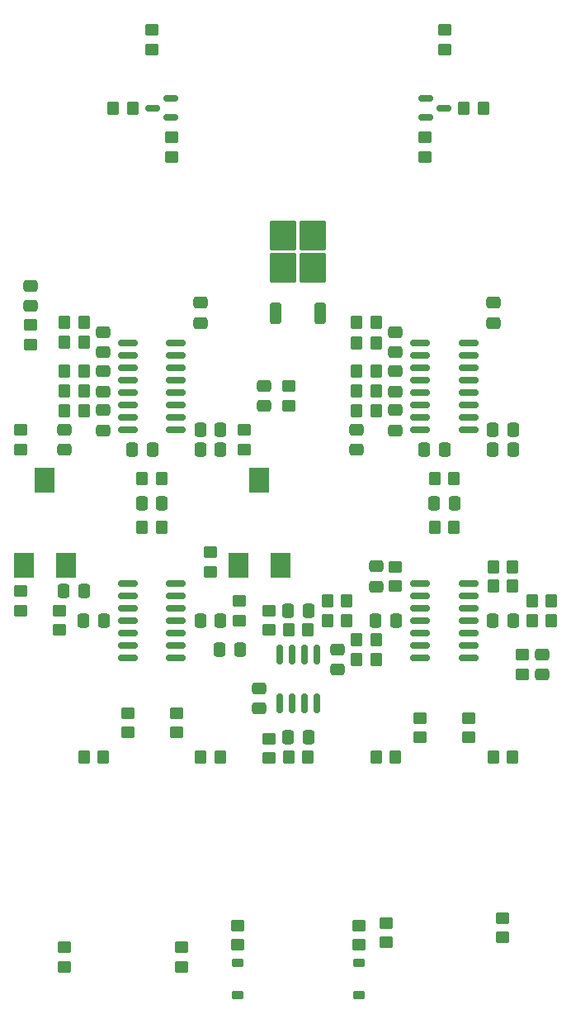
<source format=gbp>
G04 #@! TF.GenerationSoftware,KiCad,Pcbnew,8.0.5*
G04 #@! TF.CreationDate,2025-01-12T14:31:14+01:00*
G04 #@! TF.ProjectId,ricochet,7269636f-6368-4657-942e-6b696361645f,rev?*
G04 #@! TF.SameCoordinates,Original*
G04 #@! TF.FileFunction,Paste,Bot*
G04 #@! TF.FilePolarity,Positive*
%FSLAX46Y46*%
G04 Gerber Fmt 4.6, Leading zero omitted, Abs format (unit mm)*
G04 Created by KiCad (PCBNEW 8.0.5) date 2025-01-12 14:31:14*
%MOMM*%
%LPD*%
G01*
G04 APERTURE LIST*
G04 Aperture macros list*
%AMRoundRect*
0 Rectangle with rounded corners*
0 $1 Rounding radius*
0 $2 $3 $4 $5 $6 $7 $8 $9 X,Y pos of 4 corners*
0 Add a 4 corners polygon primitive as box body*
4,1,4,$2,$3,$4,$5,$6,$7,$8,$9,$2,$3,0*
0 Add four circle primitives for the rounded corners*
1,1,$1+$1,$2,$3*
1,1,$1+$1,$4,$5*
1,1,$1+$1,$6,$7*
1,1,$1+$1,$8,$9*
0 Add four rect primitives between the rounded corners*
20,1,$1+$1,$2,$3,$4,$5,0*
20,1,$1+$1,$4,$5,$6,$7,0*
20,1,$1+$1,$6,$7,$8,$9,0*
20,1,$1+$1,$8,$9,$2,$3,0*%
G04 Aperture macros list end*
%ADD10RoundRect,0.150000X0.150000X-0.825000X0.150000X0.825000X-0.150000X0.825000X-0.150000X-0.825000X0*%
%ADD11RoundRect,0.150000X0.825000X0.150000X-0.825000X0.150000X-0.825000X-0.150000X0.825000X-0.150000X0*%
%ADD12RoundRect,0.250000X-0.350000X-0.450000X0.350000X-0.450000X0.350000X0.450000X-0.350000X0.450000X0*%
%ADD13RoundRect,0.250000X-0.337500X-0.475000X0.337500X-0.475000X0.337500X0.475000X-0.337500X0.475000X0*%
%ADD14RoundRect,0.250000X-0.475000X0.337500X-0.475000X-0.337500X0.475000X-0.337500X0.475000X0.337500X0*%
%ADD15RoundRect,0.250000X0.475000X-0.337500X0.475000X0.337500X-0.475000X0.337500X-0.475000X-0.337500X0*%
%ADD16RoundRect,0.250000X0.450000X-0.350000X0.450000X0.350000X-0.450000X0.350000X-0.450000X-0.350000X0*%
%ADD17RoundRect,0.250000X-0.450000X0.350000X-0.450000X-0.350000X0.450000X-0.350000X0.450000X0.350000X0*%
%ADD18RoundRect,0.250000X0.337500X0.475000X-0.337500X0.475000X-0.337500X-0.475000X0.337500X-0.475000X0*%
%ADD19RoundRect,0.250000X0.350000X0.450000X-0.350000X0.450000X-0.350000X-0.450000X0.350000X-0.450000X0*%
%ADD20RoundRect,0.250000X0.350000X-0.850000X0.350000X0.850000X-0.350000X0.850000X-0.350000X-0.850000X0*%
%ADD21RoundRect,0.250000X1.125000X-1.275000X1.125000X1.275000X-1.125000X1.275000X-1.125000X-1.275000X0*%
%ADD22RoundRect,0.150000X0.587500X0.150000X-0.587500X0.150000X-0.587500X-0.150000X0.587500X-0.150000X0*%
%ADD23RoundRect,0.150000X-0.587500X-0.150000X0.587500X-0.150000X0.587500X0.150000X-0.587500X0.150000X0*%
%ADD24R,2.000000X2.500000*%
%ADD25RoundRect,0.225000X0.375000X-0.225000X0.375000X0.225000X-0.375000X0.225000X-0.375000X-0.225000X0*%
%ADD26RoundRect,0.225000X-0.375000X0.225000X-0.375000X-0.225000X0.375000X-0.225000X0.375000X0.225000X0*%
G04 APERTURE END LIST*
D10*
X81905000Y-128975000D03*
X80635000Y-128975000D03*
X79365000Y-128975000D03*
X78095000Y-128975000D03*
X78095000Y-124025000D03*
X79365000Y-124025000D03*
X80635000Y-124025000D03*
X81905000Y-124025000D03*
D11*
X62525000Y-116690000D03*
X62525000Y-117960000D03*
X62525000Y-119230000D03*
X62525000Y-120500000D03*
X62525000Y-121770000D03*
X62525000Y-123040000D03*
X62525000Y-124310000D03*
X67475000Y-124310000D03*
X67475000Y-123040000D03*
X67475000Y-121770000D03*
X67475000Y-120500000D03*
X67475000Y-119230000D03*
X67475000Y-117960000D03*
X67475000Y-116690000D03*
D12*
X56000000Y-99000000D03*
X58000000Y-99000000D03*
D13*
X87962500Y-120500000D03*
X90037500Y-120500000D03*
D11*
X92525000Y-116690000D03*
X92525000Y-117960000D03*
X92525000Y-119230000D03*
X92525000Y-120500000D03*
X92525000Y-121770000D03*
X92525000Y-123040000D03*
X92525000Y-124310000D03*
X97475000Y-124310000D03*
X97475000Y-123040000D03*
X97475000Y-121770000D03*
X97475000Y-120500000D03*
X97475000Y-119230000D03*
X97475000Y-117960000D03*
X97475000Y-116690000D03*
D14*
X90000000Y-94962500D03*
X90000000Y-97037500D03*
D13*
X99962500Y-103000000D03*
X102037500Y-103000000D03*
D12*
X86000000Y-95000000D03*
X88000000Y-95000000D03*
D15*
X76500000Y-98537500D03*
X76500000Y-96462500D03*
D16*
X86250000Y-153750000D03*
X86250000Y-151750000D03*
D17*
X71000000Y-113500000D03*
X71000000Y-115500000D03*
D13*
X78962500Y-119500000D03*
X81037500Y-119500000D03*
D12*
X85000000Y-118500000D03*
X83000000Y-118500000D03*
X79000000Y-121500000D03*
X81000000Y-121500000D03*
X86000000Y-97000000D03*
X88000000Y-97000000D03*
D13*
X93962500Y-108500000D03*
X96037500Y-108500000D03*
D17*
X97500000Y-130500000D03*
X97500000Y-132500000D03*
D16*
X67000000Y-73000000D03*
X67000000Y-71000000D03*
D18*
X72037500Y-101000000D03*
X69962500Y-101000000D03*
D12*
X64000000Y-106000000D03*
X66000000Y-106000000D03*
D14*
X100000000Y-87962500D03*
X100000000Y-90037500D03*
D17*
X51500000Y-119500000D03*
X51500000Y-117500000D03*
D12*
X88000000Y-122500000D03*
X86000000Y-122500000D03*
D19*
X63000000Y-68000000D03*
X61000000Y-68000000D03*
D16*
X74000000Y-120500000D03*
X74000000Y-118500000D03*
D12*
X56000000Y-97000000D03*
X58000000Y-97000000D03*
D19*
X106000000Y-118500000D03*
X104000000Y-118500000D03*
D17*
X68000000Y-154000000D03*
X68000000Y-156000000D03*
D19*
X90000000Y-134500000D03*
X88000000Y-134500000D03*
D12*
X79000000Y-134500000D03*
X81000000Y-134500000D03*
D16*
X73750000Y-153750000D03*
X73750000Y-151750000D03*
D17*
X65000000Y-60000000D03*
X65000000Y-62000000D03*
D12*
X56000000Y-92000000D03*
X58000000Y-92000000D03*
D16*
X77000000Y-134600000D03*
X77000000Y-132600000D03*
D14*
X76000000Y-127462500D03*
X76000000Y-129537500D03*
D16*
X93000000Y-73000000D03*
X93000000Y-71000000D03*
D17*
X92500000Y-130500000D03*
X92500000Y-132500000D03*
D13*
X66037500Y-108500000D03*
X63962500Y-108500000D03*
D14*
X86000000Y-100962500D03*
X86000000Y-103037500D03*
D20*
X82280000Y-89040000D03*
D21*
X78475000Y-84415000D03*
X81525000Y-84415000D03*
X78475000Y-81065000D03*
X81525000Y-81065000D03*
D20*
X77720000Y-89040000D03*
D18*
X95037500Y-103000000D03*
X92962500Y-103000000D03*
D12*
X94000000Y-106000000D03*
X96000000Y-106000000D03*
D14*
X56000000Y-100962500D03*
X56000000Y-103037500D03*
D22*
X66937500Y-67050000D03*
X66937500Y-68950000D03*
X65062500Y-68000000D03*
D12*
X94000000Y-111000000D03*
X96000000Y-111000000D03*
D19*
X102000000Y-115000000D03*
X100000000Y-115000000D03*
D12*
X56000000Y-90000000D03*
X58000000Y-90000000D03*
D17*
X67500000Y-130000000D03*
X67500000Y-132000000D03*
D13*
X69962500Y-120500000D03*
X72037500Y-120500000D03*
D23*
X93062500Y-68950000D03*
X93062500Y-67050000D03*
X94937500Y-68000000D03*
D13*
X78962500Y-132500000D03*
X81037500Y-132500000D03*
D19*
X106000000Y-120500000D03*
X104000000Y-120500000D03*
D17*
X103000000Y-126000000D03*
X103000000Y-124000000D03*
D12*
X86000000Y-92050000D03*
X88000000Y-92050000D03*
D24*
X51850000Y-114825000D03*
X54000000Y-106175000D03*
X56150000Y-114825000D03*
D16*
X74500000Y-103000000D03*
X74500000Y-101000000D03*
D13*
X57962500Y-120500000D03*
X60037500Y-120500000D03*
D14*
X105000000Y-126037500D03*
X105000000Y-123962500D03*
D12*
X86000000Y-90000000D03*
X88000000Y-90000000D03*
D13*
X99962500Y-120500000D03*
X102037500Y-120500000D03*
X71962500Y-123500000D03*
X74037500Y-123500000D03*
D12*
X86000000Y-99000000D03*
X88000000Y-99000000D03*
D15*
X88000000Y-114962500D03*
X88000000Y-117037500D03*
D16*
X89000000Y-153500000D03*
X89000000Y-151500000D03*
D12*
X66000000Y-111000000D03*
X64000000Y-111000000D03*
D14*
X70000000Y-87962500D03*
X70000000Y-90037500D03*
D17*
X55500000Y-119500000D03*
X55500000Y-121500000D03*
D16*
X51500000Y-103000000D03*
X51500000Y-101000000D03*
D12*
X58000000Y-134500000D03*
X60000000Y-134500000D03*
D16*
X90000000Y-115000000D03*
X90000000Y-117000000D03*
D25*
X73750000Y-158900000D03*
X73750000Y-155600000D03*
D12*
X70000000Y-134500000D03*
X72000000Y-134500000D03*
D16*
X101000000Y-153000000D03*
X101000000Y-151000000D03*
D24*
X73850000Y-114825000D03*
X76000000Y-106175000D03*
X78150000Y-114825000D03*
D26*
X86250000Y-155600000D03*
X86250000Y-158900000D03*
D16*
X52500000Y-92250000D03*
X52500000Y-90250000D03*
D18*
X65037500Y-103000000D03*
X62962500Y-103000000D03*
D14*
X90000000Y-98962500D03*
X90000000Y-101037500D03*
D12*
X88000000Y-124500000D03*
X86000000Y-124500000D03*
D14*
X60000000Y-98962500D03*
X60000000Y-101037500D03*
D17*
X56000000Y-154000000D03*
X56000000Y-156000000D03*
D18*
X58037500Y-117500000D03*
X55962500Y-117500000D03*
D14*
X60000000Y-94962500D03*
X60000000Y-97037500D03*
D19*
X102000000Y-117000000D03*
X100000000Y-117000000D03*
D13*
X69962500Y-103000000D03*
X72037500Y-103000000D03*
D14*
X90000000Y-90962500D03*
X90000000Y-93037500D03*
X84000000Y-123462500D03*
X84000000Y-125537500D03*
D12*
X97000000Y-68000000D03*
X99000000Y-68000000D03*
X56000000Y-95000000D03*
X58000000Y-95000000D03*
X85000000Y-120500000D03*
X83000000Y-120500000D03*
D17*
X62500000Y-130000000D03*
X62500000Y-132000000D03*
D14*
X52500000Y-86212500D03*
X52500000Y-88287500D03*
D16*
X77000000Y-119500000D03*
X77000000Y-121500000D03*
D12*
X100000000Y-134500000D03*
X102000000Y-134500000D03*
D14*
X60000000Y-90962500D03*
X60000000Y-93037500D03*
D17*
X95000000Y-60000000D03*
X95000000Y-62000000D03*
D18*
X102037500Y-101000000D03*
X99962500Y-101000000D03*
D16*
X79000000Y-98500000D03*
X79000000Y-96500000D03*
D11*
X97475000Y-92055000D03*
X97475000Y-93325000D03*
X97475000Y-94595000D03*
X97475000Y-95865000D03*
X97475000Y-97135000D03*
X97475000Y-98405000D03*
X97475000Y-99675000D03*
X97475000Y-100945000D03*
X92525000Y-100945000D03*
X92525000Y-99675000D03*
X92525000Y-98405000D03*
X92525000Y-97135000D03*
X92525000Y-95865000D03*
X92525000Y-94595000D03*
X92525000Y-93325000D03*
X92525000Y-92055000D03*
X67475000Y-92055000D03*
X67475000Y-93325000D03*
X67475000Y-94595000D03*
X67475000Y-95865000D03*
X67475000Y-97135000D03*
X67475000Y-98405000D03*
X67475000Y-99675000D03*
X67475000Y-100945000D03*
X62525000Y-100945000D03*
X62525000Y-99675000D03*
X62525000Y-98405000D03*
X62525000Y-97135000D03*
X62525000Y-95865000D03*
X62525000Y-94595000D03*
X62525000Y-93325000D03*
X62525000Y-92055000D03*
M02*

</source>
